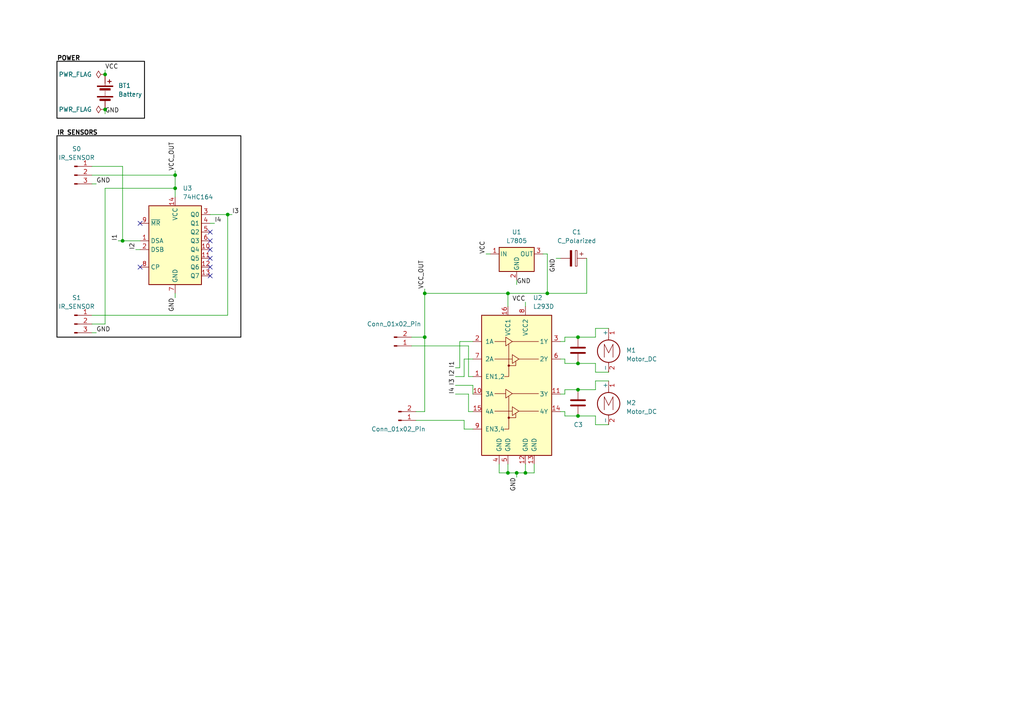
<source format=kicad_sch>
(kicad_sch (version 20230121) (generator eeschema)

  (uuid a47e20e4-3b17-4b26-83db-a8287d7077d8)

  (paper "A4")

  (title_block
    (title "L293D Motor Controller")
    (date "2023-08-24")
    (rev "0")
    (company "N/A")
    (comment 1 "N/A")
  )

  (lib_symbols
    (symbol "74xx:74HC164" (in_bom yes) (on_board yes)
      (property "Reference" "U" (at 1.905 -13.97 0)
        (effects (font (size 1.27 1.27)) (justify left))
      )
      (property "Value" "74HC164" (at 1.905 -16.51 0)
        (effects (font (size 1.27 1.27)) (justify left))
      )
      (property "Footprint" "" (at 22.86 -7.62 0)
        (effects (font (size 1.27 1.27)) hide)
      )
      (property "Datasheet" "https://assets.nexperia.com/documents/data-sheet/74HC_HCT164.pdf" (at 22.86 -7.62 0)
        (effects (font (size 1.27 1.27)) hide)
      )
      (property "ki_keywords" "8-bit shift register" (at 0 0 0)
        (effects (font (size 1.27 1.27)) hide)
      )
      (property "ki_description" "8-bit serial-in parallel-out shift register" (at 0 0 0)
        (effects (font (size 1.27 1.27)) hide)
      )
      (property "ki_fp_filters" "SOIC*3.9x8.7*P1.27mm* ?SSOP*P0.65mm* DIP*W7.62mm*" (at 0 0 0)
        (effects (font (size 1.27 1.27)) hide)
      )
      (symbol "74HC164_0_1"
        (rectangle (start 7.62 10.16) (end -7.62 -12.7)
          (stroke (width 0.254) (type default))
          (fill (type background))
        )
      )
      (symbol "74HC164_1_1"
        (pin input line (at -10.16 0 0) (length 2.54)
          (name "DSA" (effects (font (size 1.27 1.27))))
          (number "1" (effects (font (size 1.27 1.27))))
        )
        (pin output line (at 10.16 -2.54 180) (length 2.54)
          (name "Q4" (effects (font (size 1.27 1.27))))
          (number "10" (effects (font (size 1.27 1.27))))
        )
        (pin output line (at 10.16 -5.08 180) (length 2.54)
          (name "Q5" (effects (font (size 1.27 1.27))))
          (number "11" (effects (font (size 1.27 1.27))))
        )
        (pin output line (at 10.16 -7.62 180) (length 2.54)
          (name "Q6" (effects (font (size 1.27 1.27))))
          (number "12" (effects (font (size 1.27 1.27))))
        )
        (pin output line (at 10.16 -10.16 180) (length 2.54)
          (name "Q7" (effects (font (size 1.27 1.27))))
          (number "13" (effects (font (size 1.27 1.27))))
        )
        (pin power_in line (at 0 12.7 270) (length 2.54)
          (name "VCC" (effects (font (size 1.27 1.27))))
          (number "14" (effects (font (size 1.27 1.27))))
        )
        (pin input line (at -10.16 -2.54 0) (length 2.54)
          (name "DSB" (effects (font (size 1.27 1.27))))
          (number "2" (effects (font (size 1.27 1.27))))
        )
        (pin output line (at 10.16 7.62 180) (length 2.54)
          (name "Q0" (effects (font (size 1.27 1.27))))
          (number "3" (effects (font (size 1.27 1.27))))
        )
        (pin output line (at 10.16 5.08 180) (length 2.54)
          (name "Q1" (effects (font (size 1.27 1.27))))
          (number "4" (effects (font (size 1.27 1.27))))
        )
        (pin output line (at 10.16 2.54 180) (length 2.54)
          (name "Q2" (effects (font (size 1.27 1.27))))
          (number "5" (effects (font (size 1.27 1.27))))
        )
        (pin output line (at 10.16 0 180) (length 2.54)
          (name "Q3" (effects (font (size 1.27 1.27))))
          (number "6" (effects (font (size 1.27 1.27))))
        )
        (pin power_in line (at 0 -15.24 90) (length 2.54)
          (name "GND" (effects (font (size 1.27 1.27))))
          (number "7" (effects (font (size 1.27 1.27))))
        )
        (pin input line (at -10.16 -7.62 0) (length 2.54)
          (name "CP" (effects (font (size 1.27 1.27))))
          (number "8" (effects (font (size 1.27 1.27))))
        )
        (pin input line (at -10.16 5.08 0) (length 2.54)
          (name "~{MR}" (effects (font (size 1.27 1.27))))
          (number "9" (effects (font (size 1.27 1.27))))
        )
      )
    )
    (symbol "Connector:Conn_01x02_Pin" (pin_names (offset 1.016) hide) (in_bom yes) (on_board yes)
      (property "Reference" "J" (at 0 2.54 0)
        (effects (font (size 1.27 1.27)))
      )
      (property "Value" "Conn_01x02_Pin" (at 0 -5.08 0)
        (effects (font (size 1.27 1.27)))
      )
      (property "Footprint" "" (at 0 0 0)
        (effects (font (size 1.27 1.27)) hide)
      )
      (property "Datasheet" "~" (at 0 0 0)
        (effects (font (size 1.27 1.27)) hide)
      )
      (property "ki_locked" "" (at 0 0 0)
        (effects (font (size 1.27 1.27)))
      )
      (property "ki_keywords" "connector" (at 0 0 0)
        (effects (font (size 1.27 1.27)) hide)
      )
      (property "ki_description" "Generic connector, single row, 01x02, script generated" (at 0 0 0)
        (effects (font (size 1.27 1.27)) hide)
      )
      (property "ki_fp_filters" "Connector*:*_1x??_*" (at 0 0 0)
        (effects (font (size 1.27 1.27)) hide)
      )
      (symbol "Conn_01x02_Pin_1_1"
        (polyline
          (pts
            (xy 1.27 -2.54)
            (xy 0.8636 -2.54)
          )
          (stroke (width 0.1524) (type default))
          (fill (type none))
        )
        (polyline
          (pts
            (xy 1.27 0)
            (xy 0.8636 0)
          )
          (stroke (width 0.1524) (type default))
          (fill (type none))
        )
        (rectangle (start 0.8636 -2.413) (end 0 -2.667)
          (stroke (width 0.1524) (type default))
          (fill (type outline))
        )
        (rectangle (start 0.8636 0.127) (end 0 -0.127)
          (stroke (width 0.1524) (type default))
          (fill (type outline))
        )
        (pin passive line (at 5.08 0 180) (length 3.81)
          (name "Pin_1" (effects (font (size 1.27 1.27))))
          (number "1" (effects (font (size 1.27 1.27))))
        )
        (pin passive line (at 5.08 -2.54 180) (length 3.81)
          (name "Pin_2" (effects (font (size 1.27 1.27))))
          (number "2" (effects (font (size 1.27 1.27))))
        )
      )
    )
    (symbol "Connector:Conn_01x03_Pin" (pin_names (offset 1.016) hide) (in_bom yes) (on_board yes)
      (property "Reference" "J" (at 0 5.08 0)
        (effects (font (size 1.27 1.27)))
      )
      (property "Value" "Conn_01x03_Pin" (at 0 -5.08 0)
        (effects (font (size 1.27 1.27)))
      )
      (property "Footprint" "" (at 0 0 0)
        (effects (font (size 1.27 1.27)) hide)
      )
      (property "Datasheet" "~" (at 0 0 0)
        (effects (font (size 1.27 1.27)) hide)
      )
      (property "ki_locked" "" (at 0 0 0)
        (effects (font (size 1.27 1.27)))
      )
      (property "ki_keywords" "connector" (at 0 0 0)
        (effects (font (size 1.27 1.27)) hide)
      )
      (property "ki_description" "Generic connector, single row, 01x03, script generated" (at 0 0 0)
        (effects (font (size 1.27 1.27)) hide)
      )
      (property "ki_fp_filters" "Connector*:*_1x??_*" (at 0 0 0)
        (effects (font (size 1.27 1.27)) hide)
      )
      (symbol "Conn_01x03_Pin_1_1"
        (polyline
          (pts
            (xy 1.27 -2.54)
            (xy 0.8636 -2.54)
          )
          (stroke (width 0.1524) (type default))
          (fill (type none))
        )
        (polyline
          (pts
            (xy 1.27 0)
            (xy 0.8636 0)
          )
          (stroke (width 0.1524) (type default))
          (fill (type none))
        )
        (polyline
          (pts
            (xy 1.27 2.54)
            (xy 0.8636 2.54)
          )
          (stroke (width 0.1524) (type default))
          (fill (type none))
        )
        (rectangle (start 0.8636 -2.413) (end 0 -2.667)
          (stroke (width 0.1524) (type default))
          (fill (type outline))
        )
        (rectangle (start 0.8636 0.127) (end 0 -0.127)
          (stroke (width 0.1524) (type default))
          (fill (type outline))
        )
        (rectangle (start 0.8636 2.667) (end 0 2.413)
          (stroke (width 0.1524) (type default))
          (fill (type outline))
        )
        (pin passive line (at 5.08 2.54 180) (length 3.81)
          (name "Pin_1" (effects (font (size 1.27 1.27))))
          (number "1" (effects (font (size 1.27 1.27))))
        )
        (pin passive line (at 5.08 0 180) (length 3.81)
          (name "Pin_2" (effects (font (size 1.27 1.27))))
          (number "2" (effects (font (size 1.27 1.27))))
        )
        (pin passive line (at 5.08 -2.54 180) (length 3.81)
          (name "Pin_3" (effects (font (size 1.27 1.27))))
          (number "3" (effects (font (size 1.27 1.27))))
        )
      )
    )
    (symbol "Device:Battery" (pin_numbers hide) (pin_names (offset 0) hide) (in_bom yes) (on_board yes)
      (property "Reference" "BT" (at 2.54 2.54 0)
        (effects (font (size 1.27 1.27)) (justify left))
      )
      (property "Value" "Battery" (at 2.54 0 0)
        (effects (font (size 1.27 1.27)) (justify left))
      )
      (property "Footprint" "" (at 0 1.524 90)
        (effects (font (size 1.27 1.27)) hide)
      )
      (property "Datasheet" "~" (at 0 1.524 90)
        (effects (font (size 1.27 1.27)) hide)
      )
      (property "ki_keywords" "batt voltage-source cell" (at 0 0 0)
        (effects (font (size 1.27 1.27)) hide)
      )
      (property "ki_description" "Multiple-cell battery" (at 0 0 0)
        (effects (font (size 1.27 1.27)) hide)
      )
      (symbol "Battery_0_1"
        (rectangle (start -2.286 -1.27) (end 2.286 -1.524)
          (stroke (width 0) (type default))
          (fill (type outline))
        )
        (rectangle (start -2.286 1.778) (end 2.286 1.524)
          (stroke (width 0) (type default))
          (fill (type outline))
        )
        (rectangle (start -1.524 -2.032) (end 1.524 -2.54)
          (stroke (width 0) (type default))
          (fill (type outline))
        )
        (rectangle (start -1.524 1.016) (end 1.524 0.508)
          (stroke (width 0) (type default))
          (fill (type outline))
        )
        (polyline
          (pts
            (xy 0 -1.016)
            (xy 0 -0.762)
          )
          (stroke (width 0) (type default))
          (fill (type none))
        )
        (polyline
          (pts
            (xy 0 -0.508)
            (xy 0 -0.254)
          )
          (stroke (width 0) (type default))
          (fill (type none))
        )
        (polyline
          (pts
            (xy 0 0)
            (xy 0 0.254)
          )
          (stroke (width 0) (type default))
          (fill (type none))
        )
        (polyline
          (pts
            (xy 0 1.778)
            (xy 0 2.54)
          )
          (stroke (width 0) (type default))
          (fill (type none))
        )
        (polyline
          (pts
            (xy 0.762 3.048)
            (xy 1.778 3.048)
          )
          (stroke (width 0.254) (type default))
          (fill (type none))
        )
        (polyline
          (pts
            (xy 1.27 3.556)
            (xy 1.27 2.54)
          )
          (stroke (width 0.254) (type default))
          (fill (type none))
        )
      )
      (symbol "Battery_1_1"
        (pin passive line (at 0 5.08 270) (length 2.54)
          (name "+" (effects (font (size 1.27 1.27))))
          (number "1" (effects (font (size 1.27 1.27))))
        )
        (pin passive line (at 0 -5.08 90) (length 2.54)
          (name "-" (effects (font (size 1.27 1.27))))
          (number "2" (effects (font (size 1.27 1.27))))
        )
      )
    )
    (symbol "Device:C" (pin_numbers hide) (pin_names (offset 0.254)) (in_bom yes) (on_board yes)
      (property "Reference" "C" (at 0.635 2.54 0)
        (effects (font (size 1.27 1.27)) (justify left))
      )
      (property "Value" "C" (at 0.635 -2.54 0)
        (effects (font (size 1.27 1.27)) (justify left))
      )
      (property "Footprint" "" (at 0.9652 -3.81 0)
        (effects (font (size 1.27 1.27)) hide)
      )
      (property "Datasheet" "~" (at 0 0 0)
        (effects (font (size 1.27 1.27)) hide)
      )
      (property "ki_keywords" "cap capacitor" (at 0 0 0)
        (effects (font (size 1.27 1.27)) hide)
      )
      (property "ki_description" "Unpolarized capacitor" (at 0 0 0)
        (effects (font (size 1.27 1.27)) hide)
      )
      (property "ki_fp_filters" "C_*" (at 0 0 0)
        (effects (font (size 1.27 1.27)) hide)
      )
      (symbol "C_0_1"
        (polyline
          (pts
            (xy -2.032 -0.762)
            (xy 2.032 -0.762)
          )
          (stroke (width 0.508) (type default))
          (fill (type none))
        )
        (polyline
          (pts
            (xy -2.032 0.762)
            (xy 2.032 0.762)
          )
          (stroke (width 0.508) (type default))
          (fill (type none))
        )
      )
      (symbol "C_1_1"
        (pin passive line (at 0 3.81 270) (length 2.794)
          (name "~" (effects (font (size 1.27 1.27))))
          (number "1" (effects (font (size 1.27 1.27))))
        )
        (pin passive line (at 0 -3.81 90) (length 2.794)
          (name "~" (effects (font (size 1.27 1.27))))
          (number "2" (effects (font (size 1.27 1.27))))
        )
      )
    )
    (symbol "Device:C_Polarized" (pin_numbers hide) (pin_names (offset 0.254)) (in_bom yes) (on_board yes)
      (property "Reference" "C" (at 0.635 2.54 0)
        (effects (font (size 1.27 1.27)) (justify left))
      )
      (property "Value" "C_Polarized" (at 0.635 -2.54 0)
        (effects (font (size 1.27 1.27)) (justify left))
      )
      (property "Footprint" "" (at 0.9652 -3.81 0)
        (effects (font (size 1.27 1.27)) hide)
      )
      (property "Datasheet" "~" (at 0 0 0)
        (effects (font (size 1.27 1.27)) hide)
      )
      (property "ki_keywords" "cap capacitor" (at 0 0 0)
        (effects (font (size 1.27 1.27)) hide)
      )
      (property "ki_description" "Polarized capacitor" (at 0 0 0)
        (effects (font (size 1.27 1.27)) hide)
      )
      (property "ki_fp_filters" "CP_*" (at 0 0 0)
        (effects (font (size 1.27 1.27)) hide)
      )
      (symbol "C_Polarized_0_1"
        (rectangle (start -2.286 0.508) (end 2.286 1.016)
          (stroke (width 0) (type default))
          (fill (type none))
        )
        (polyline
          (pts
            (xy -1.778 2.286)
            (xy -0.762 2.286)
          )
          (stroke (width 0) (type default))
          (fill (type none))
        )
        (polyline
          (pts
            (xy -1.27 2.794)
            (xy -1.27 1.778)
          )
          (stroke (width 0) (type default))
          (fill (type none))
        )
        (rectangle (start 2.286 -0.508) (end -2.286 -1.016)
          (stroke (width 0) (type default))
          (fill (type outline))
        )
      )
      (symbol "C_Polarized_1_1"
        (pin passive line (at 0 3.81 270) (length 2.794)
          (name "~" (effects (font (size 1.27 1.27))))
          (number "1" (effects (font (size 1.27 1.27))))
        )
        (pin passive line (at 0 -3.81 90) (length 2.794)
          (name "~" (effects (font (size 1.27 1.27))))
          (number "2" (effects (font (size 1.27 1.27))))
        )
      )
    )
    (symbol "Driver_Motor:L293D" (pin_names (offset 1.016)) (in_bom yes) (on_board yes)
      (property "Reference" "U" (at -5.08 26.035 0)
        (effects (font (size 1.27 1.27)) (justify right))
      )
      (property "Value" "L293D" (at -5.08 24.13 0)
        (effects (font (size 1.27 1.27)) (justify right))
      )
      (property "Footprint" "Package_DIP:DIP-16_W7.62mm" (at 6.35 -19.05 0)
        (effects (font (size 1.27 1.27)) (justify left) hide)
      )
      (property "Datasheet" "http://www.ti.com/lit/ds/symlink/l293.pdf" (at -7.62 17.78 0)
        (effects (font (size 1.27 1.27)) hide)
      )
      (property "ki_keywords" "Half-H Driver Motor" (at 0 0 0)
        (effects (font (size 1.27 1.27)) hide)
      )
      (property "ki_description" "Quadruple Half-H Drivers" (at 0 0 0)
        (effects (font (size 1.27 1.27)) hide)
      )
      (property "ki_fp_filters" "DIP*W7.62mm*" (at 0 0 0)
        (effects (font (size 1.27 1.27)) hide)
      )
      (symbol "L293D_0_1"
        (rectangle (start -10.16 22.86) (end 10.16 -17.78)
          (stroke (width 0.254) (type default))
          (fill (type background))
        )
        (circle (center -2.286 -6.858) (radius 0.254)
          (stroke (width 0) (type default))
          (fill (type outline))
        )
        (circle (center -2.286 8.255) (radius 0.254)
          (stroke (width 0) (type default))
          (fill (type outline))
        )
        (polyline
          (pts
            (xy -6.35 -4.953)
            (xy -1.27 -4.953)
          )
          (stroke (width 0) (type default))
          (fill (type none))
        )
        (polyline
          (pts
            (xy -6.35 0.127)
            (xy -3.175 0.127)
          )
          (stroke (width 0) (type default))
          (fill (type none))
        )
        (polyline
          (pts
            (xy -6.35 10.16)
            (xy -1.27 10.16)
          )
          (stroke (width 0) (type default))
          (fill (type none))
        )
        (polyline
          (pts
            (xy -6.35 15.24)
            (xy -3.175 15.24)
          )
          (stroke (width 0) (type default))
          (fill (type none))
        )
        (polyline
          (pts
            (xy -1.27 0.127)
            (xy 6.35 0.127)
          )
          (stroke (width 0) (type default))
          (fill (type none))
        )
        (polyline
          (pts
            (xy -1.27 15.24)
            (xy 6.35 15.24)
          )
          (stroke (width 0) (type default))
          (fill (type none))
        )
        (polyline
          (pts
            (xy 0.635 -4.953)
            (xy 6.35 -4.953)
          )
          (stroke (width 0) (type default))
          (fill (type none))
        )
        (polyline
          (pts
            (xy 0.635 10.16)
            (xy 6.35 10.16)
          )
          (stroke (width 0) (type default))
          (fill (type none))
        )
        (polyline
          (pts
            (xy -2.286 -6.858)
            (xy -0.254 -6.858)
            (xy -0.254 -5.588)
          )
          (stroke (width 0) (type default))
          (fill (type none))
        )
        (polyline
          (pts
            (xy -2.286 -0.635)
            (xy -2.286 -10.16)
            (xy -3.556 -10.16)
          )
          (stroke (width 0) (type default))
          (fill (type none))
        )
        (polyline
          (pts
            (xy -2.286 8.255)
            (xy -0.254 8.255)
            (xy -0.254 9.525)
          )
          (stroke (width 0) (type default))
          (fill (type none))
        )
        (polyline
          (pts
            (xy -2.286 14.478)
            (xy -2.286 5.08)
            (xy -3.556 5.08)
          )
          (stroke (width 0) (type default))
          (fill (type none))
        )
        (polyline
          (pts
            (xy -3.175 1.397)
            (xy -3.175 -1.143)
            (xy -1.27 0.127)
            (xy -3.175 1.397)
          )
          (stroke (width 0) (type default))
          (fill (type none))
        )
        (polyline
          (pts
            (xy -3.175 16.51)
            (xy -3.175 13.97)
            (xy -1.27 15.24)
            (xy -3.175 16.51)
          )
          (stroke (width 0) (type default))
          (fill (type none))
        )
        (polyline
          (pts
            (xy -1.27 -3.683)
            (xy -1.27 -6.223)
            (xy 0.635 -4.953)
            (xy -1.27 -3.683)
          )
          (stroke (width 0) (type default))
          (fill (type none))
        )
        (polyline
          (pts
            (xy -1.27 11.43)
            (xy -1.27 8.89)
            (xy 0.635 10.16)
            (xy -1.27 11.43)
          )
          (stroke (width 0) (type default))
          (fill (type none))
        )
      )
      (symbol "L293D_1_1"
        (pin input line (at -12.7 5.08 0) (length 2.54)
          (name "EN1,2" (effects (font (size 1.27 1.27))))
          (number "1" (effects (font (size 1.27 1.27))))
        )
        (pin input line (at -12.7 0 0) (length 2.54)
          (name "3A" (effects (font (size 1.27 1.27))))
          (number "10" (effects (font (size 1.27 1.27))))
        )
        (pin output line (at 12.7 0 180) (length 2.54)
          (name "3Y" (effects (font (size 1.27 1.27))))
          (number "11" (effects (font (size 1.27 1.27))))
        )
        (pin power_in line (at 2.54 -20.32 90) (length 2.54)
          (name "GND" (effects (font (size 1.27 1.27))))
          (number "12" (effects (font (size 1.27 1.27))))
        )
        (pin power_in line (at 5.08 -20.32 90) (length 2.54)
          (name "GND" (effects (font (size 1.27 1.27))))
          (number "13" (effects (font (size 1.27 1.27))))
        )
        (pin output line (at 12.7 -5.08 180) (length 2.54)
          (name "4Y" (effects (font (size 1.27 1.27))))
          (number "14" (effects (font (size 1.27 1.27))))
        )
        (pin input line (at -12.7 -5.08 0) (length 2.54)
          (name "4A" (effects (font (size 1.27 1.27))))
          (number "15" (effects (font (size 1.27 1.27))))
        )
        (pin power_in line (at -2.54 25.4 270) (length 2.54)
          (name "VCC1" (effects (font (size 1.27 1.27))))
          (number "16" (effects (font (size 1.27 1.27))))
        )
        (pin input line (at -12.7 15.24 0) (length 2.54)
          (name "1A" (effects (font (size 1.27 1.27))))
          (number "2" (effects (font (size 1.27 1.27))))
        )
        (pin output line (at 12.7 15.24 180) (length 2.54)
          (name "1Y" (effects (font (size 1.27 1.27))))
          (number "3" (effects (font (size 1.27 1.27))))
        )
        (pin power_in line (at -5.08 -20.32 90) (length 2.54)
          (name "GND" (effects (font (size 1.27 1.27))))
          (number "4" (effects (font (size 1.27 1.27))))
        )
        (pin power_in line (at -2.54 -20.32 90) (length 2.54)
          (name "GND" (effects (font (size 1.27 1.27))))
          (number "5" (effects (font (size 1.27 1.27))))
        )
        (pin output line (at 12.7 10.16 180) (length 2.54)
          (name "2Y" (effects (font (size 1.27 1.27))))
          (number "6" (effects (font (size 1.27 1.27))))
        )
        (pin input line (at -12.7 10.16 0) (length 2.54)
          (name "2A" (effects (font (size 1.27 1.27))))
          (number "7" (effects (font (size 1.27 1.27))))
        )
        (pin power_in line (at 2.54 25.4 270) (length 2.54)
          (name "VCC2" (effects (font (size 1.27 1.27))))
          (number "8" (effects (font (size 1.27 1.27))))
        )
        (pin input line (at -12.7 -10.16 0) (length 2.54)
          (name "EN3,4" (effects (font (size 1.27 1.27))))
          (number "9" (effects (font (size 1.27 1.27))))
        )
      )
    )
    (symbol "Motor:Motor_DC" (pin_names (offset 0)) (in_bom yes) (on_board yes)
      (property "Reference" "M" (at 2.54 2.54 0)
        (effects (font (size 1.27 1.27)) (justify left))
      )
      (property "Value" "Motor_DC" (at 2.54 -5.08 0)
        (effects (font (size 1.27 1.27)) (justify left top))
      )
      (property "Footprint" "" (at 0 -2.286 0)
        (effects (font (size 1.27 1.27)) hide)
      )
      (property "Datasheet" "~" (at 0 -2.286 0)
        (effects (font (size 1.27 1.27)) hide)
      )
      (property "ki_keywords" "DC Motor" (at 0 0 0)
        (effects (font (size 1.27 1.27)) hide)
      )
      (property "ki_description" "DC Motor" (at 0 0 0)
        (effects (font (size 1.27 1.27)) hide)
      )
      (property "ki_fp_filters" "PinHeader*P2.54mm* TerminalBlock*" (at 0 0 0)
        (effects (font (size 1.27 1.27)) hide)
      )
      (symbol "Motor_DC_0_0"
        (polyline
          (pts
            (xy -1.27 -3.302)
            (xy -1.27 0.508)
            (xy 0 -2.032)
            (xy 1.27 0.508)
            (xy 1.27 -3.302)
          )
          (stroke (width 0) (type default))
          (fill (type none))
        )
      )
      (symbol "Motor_DC_0_1"
        (circle (center 0 -1.524) (radius 3.2512)
          (stroke (width 0.254) (type default))
          (fill (type none))
        )
        (polyline
          (pts
            (xy 0 -7.62)
            (xy 0 -7.112)
          )
          (stroke (width 0) (type default))
          (fill (type none))
        )
        (polyline
          (pts
            (xy 0 -4.7752)
            (xy 0 -5.1816)
          )
          (stroke (width 0) (type default))
          (fill (type none))
        )
        (polyline
          (pts
            (xy 0 1.7272)
            (xy 0 2.0828)
          )
          (stroke (width 0) (type default))
          (fill (type none))
        )
        (polyline
          (pts
            (xy 0 2.032)
            (xy 0 2.54)
          )
          (stroke (width 0) (type default))
          (fill (type none))
        )
      )
      (symbol "Motor_DC_1_1"
        (pin passive line (at 0 5.08 270) (length 2.54)
          (name "+" (effects (font (size 1.27 1.27))))
          (number "1" (effects (font (size 1.27 1.27))))
        )
        (pin passive line (at 0 -7.62 90) (length 2.54)
          (name "-" (effects (font (size 1.27 1.27))))
          (number "2" (effects (font (size 1.27 1.27))))
        )
      )
    )
    (symbol "Regulator_Linear:L7805" (pin_names (offset 0.254)) (in_bom yes) (on_board yes)
      (property "Reference" "U" (at -3.81 3.175 0)
        (effects (font (size 1.27 1.27)))
      )
      (property "Value" "L7805" (at 0 3.175 0)
        (effects (font (size 1.27 1.27)) (justify left))
      )
      (property "Footprint" "" (at 0.635 -3.81 0)
        (effects (font (size 1.27 1.27) italic) (justify left) hide)
      )
      (property "Datasheet" "http://www.st.com/content/ccc/resource/technical/document/datasheet/41/4f/b3/b0/12/d4/47/88/CD00000444.pdf/files/CD00000444.pdf/jcr:content/translations/en.CD00000444.pdf" (at 0 -1.27 0)
        (effects (font (size 1.27 1.27)) hide)
      )
      (property "ki_keywords" "Voltage Regulator 1.5A Positive" (at 0 0 0)
        (effects (font (size 1.27 1.27)) hide)
      )
      (property "ki_description" "Positive 1.5A 35V Linear Regulator, Fixed Output 5V, TO-220/TO-263/TO-252" (at 0 0 0)
        (effects (font (size 1.27 1.27)) hide)
      )
      (property "ki_fp_filters" "TO?252* TO?263* TO?220*" (at 0 0 0)
        (effects (font (size 1.27 1.27)) hide)
      )
      (symbol "L7805_0_1"
        (rectangle (start -5.08 1.905) (end 5.08 -5.08)
          (stroke (width 0.254) (type default))
          (fill (type background))
        )
      )
      (symbol "L7805_1_1"
        (pin power_in line (at -7.62 0 0) (length 2.54)
          (name "IN" (effects (font (size 1.27 1.27))))
          (number "1" (effects (font (size 1.27 1.27))))
        )
        (pin power_in line (at 0 -7.62 90) (length 2.54)
          (name "GND" (effects (font (size 1.27 1.27))))
          (number "2" (effects (font (size 1.27 1.27))))
        )
        (pin power_out line (at 7.62 0 180) (length 2.54)
          (name "OUT" (effects (font (size 1.27 1.27))))
          (number "3" (effects (font (size 1.27 1.27))))
        )
      )
    )
    (symbol "power:PWR_FLAG" (power) (pin_numbers hide) (pin_names (offset 0) hide) (in_bom yes) (on_board yes)
      (property "Reference" "#FLG" (at 0 1.905 0)
        (effects (font (size 1.27 1.27)) hide)
      )
      (property "Value" "PWR_FLAG" (at 0 3.81 0)
        (effects (font (size 1.27 1.27)))
      )
      (property "Footprint" "" (at 0 0 0)
        (effects (font (size 1.27 1.27)) hide)
      )
      (property "Datasheet" "~" (at 0 0 0)
        (effects (font (size 1.27 1.27)) hide)
      )
      (property "ki_keywords" "flag power" (at 0 0 0)
        (effects (font (size 1.27 1.27)) hide)
      )
      (property "ki_description" "Special symbol for telling ERC where power comes from" (at 0 0 0)
        (effects (font (size 1.27 1.27)) hide)
      )
      (symbol "PWR_FLAG_0_0"
        (pin power_out line (at 0 0 90) (length 0)
          (name "pwr" (effects (font (size 1.27 1.27))))
          (number "1" (effects (font (size 1.27 1.27))))
        )
      )
      (symbol "PWR_FLAG_0_1"
        (polyline
          (pts
            (xy 0 0)
            (xy 0 1.27)
            (xy -1.016 1.905)
            (xy 0 2.54)
            (xy 1.016 1.905)
            (xy 0 1.27)
          )
          (stroke (width 0) (type default))
          (fill (type none))
        )
      )
    )
  )

  (junction (at 123.19 97.79) (diameter 0) (color 0 0 0 0)
    (uuid 1d41dd6a-afa4-4d2e-a148-41def2537d42)
  )
  (junction (at 123.19 85.09) (diameter 0) (color 0 0 0 0)
    (uuid 20baba4a-3aa7-4cb6-b833-db12fc5e6463)
  )
  (junction (at 147.32 137.16) (diameter 0) (color 0 0 0 0)
    (uuid 29329eec-2603-4cd2-9fd1-036412307a81)
  )
  (junction (at 167.64 120.65) (diameter 0) (color 0 0 0 0)
    (uuid 3136a0b8-6902-400c-9b4b-e68d2fa64546)
  )
  (junction (at 152.4 137.16) (diameter 0) (color 0 0 0 0)
    (uuid 40ee6648-1307-4eb4-bdf6-45648d66fa2a)
  )
  (junction (at 50.8 50.8) (diameter 0) (color 0 0 0 0)
    (uuid 5f297d3a-37c1-4b36-a07f-8284c6e008e8)
  )
  (junction (at 66.04 62.23) (diameter 0) (color 0 0 0 0)
    (uuid 69538dbf-3143-41bb-9ba6-810c26c490fb)
  )
  (junction (at 50.8 54.61) (diameter 0) (color 0 0 0 0)
    (uuid 7bf8a7fa-ab9b-4db0-bf6a-5d283399d9c6)
  )
  (junction (at 147.32 85.09) (diameter 0) (color 0 0 0 0)
    (uuid a10999aa-fb03-4f39-9fc7-7fb6532f67c1)
  )
  (junction (at 167.64 97.79) (diameter 0) (color 0 0 0 0)
    (uuid aae232ee-f98b-4d61-b304-31497d79eb44)
  )
  (junction (at 167.64 105.41) (diameter 0) (color 0 0 0 0)
    (uuid ca97ebe7-c057-41f7-8986-4ba007e44e9f)
  )
  (junction (at 30.48 31.75) (diameter 0) (color 0 0 0 0)
    (uuid df277cb7-fd44-4f0e-849d-404f149e98c5)
  )
  (junction (at 158.75 85.09) (diameter 0) (color 0 0 0 0)
    (uuid eaed4cc5-6a82-405a-a31e-1e78dac10634)
  )
  (junction (at 30.48 21.59) (diameter 0) (color 0 0 0 0)
    (uuid ec05a381-a447-4a79-be47-d927b694f229)
  )
  (junction (at 167.64 113.03) (diameter 0) (color 0 0 0 0)
    (uuid eca2fda9-169f-49af-80a9-c44df6f79336)
  )
  (junction (at 35.56 69.85) (diameter 0) (color 0 0 0 0)
    (uuid f6549058-80d0-457a-8778-a7d368b38d10)
  )
  (junction (at 149.86 137.16) (diameter 0) (color 0 0 0 0)
    (uuid f6b7aa01-f193-4d5f-8504-b210fe05ef96)
  )

  (no_connect (at 40.64 64.77) (uuid 2bb0ded5-c5c3-4bb1-8b2c-53fb33e760c5))
  (no_connect (at 40.64 77.47) (uuid 34d9ae30-19c3-482d-809e-3fd1de89ffff))
  (no_connect (at 60.96 67.31) (uuid 67648dc6-aeb6-45d9-8b43-17d301484b1f))
  (no_connect (at 60.96 77.47) (uuid 78972367-5860-4246-ad6f-180778a759da))
  (no_connect (at 60.96 74.93) (uuid 8bbf818f-7655-494b-914b-9cafbbe6a079))
  (no_connect (at 60.96 69.85) (uuid a8a17928-916c-46f5-91d4-9bb5f84a68f7))
  (no_connect (at 60.96 72.39) (uuid b036f239-6214-4c61-9dbb-1d18de82cfc0))
  (no_connect (at 60.96 80.01) (uuid c181fd20-14d4-40e3-9078-236599c7738c))

  (wire (pts (xy 35.56 48.26) (xy 35.56 69.85))
    (stroke (width 0) (type default))
    (uuid 0443adec-98d2-4b1c-95cf-858f91c41975)
  )
  (wire (pts (xy 147.32 134.62) (xy 147.32 137.16))
    (stroke (width 0) (type default))
    (uuid 044ab807-9a32-4633-8720-e445bf4bc6f4)
  )
  (wire (pts (xy 133.35 99.06) (xy 133.35 106.68))
    (stroke (width 0) (type default))
    (uuid 07e0a15e-70ca-42ef-9646-8a6108ea52e5)
  )
  (wire (pts (xy 152.4 87.63) (xy 152.4 88.9))
    (stroke (width 0) (type default))
    (uuid 08a084e4-0110-4741-8f4f-411ec9f0d936)
  )
  (wire (pts (xy 172.72 95.25) (xy 176.53 95.25))
    (stroke (width 0) (type default))
    (uuid 0909028d-ab6e-4956-ba25-e8e193b78215)
  )
  (wire (pts (xy 167.64 105.41) (xy 172.72 105.41))
    (stroke (width 0) (type default))
    (uuid 0b823162-0499-4a4c-8870-c18cd9f72bdb)
  )
  (wire (pts (xy 137.16 111.76) (xy 137.16 114.3))
    (stroke (width 0) (type default))
    (uuid 13e7cc02-5407-406b-96ca-9734758c1882)
  )
  (wire (pts (xy 123.19 85.09) (xy 123.19 97.79))
    (stroke (width 0) (type default))
    (uuid 14f1d9a6-7513-49d2-9201-1416c24a1b79)
  )
  (wire (pts (xy 35.56 69.85) (xy 40.64 69.85))
    (stroke (width 0) (type default))
    (uuid 18acf9e3-d99b-4265-9261-12b548557cb9)
  )
  (wire (pts (xy 119.38 100.33) (xy 135.89 100.33))
    (stroke (width 0) (type default))
    (uuid 1a5f51be-cb94-43af-9051-5a9fcd4798e2)
  )
  (wire (pts (xy 167.64 113.03) (xy 172.72 113.03))
    (stroke (width 0) (type default))
    (uuid 1c6ac0ee-17fb-42cc-b37b-a214d395cd52)
  )
  (wire (pts (xy 50.8 49.53) (xy 50.8 50.8))
    (stroke (width 0) (type default))
    (uuid 1cb0e100-f0c5-4505-981e-d31ef1d642c6)
  )
  (wire (pts (xy 134.62 124.46) (xy 137.16 124.46))
    (stroke (width 0) (type default))
    (uuid 1cd53cda-f19c-45e2-902b-ac532453bcb1)
  )
  (wire (pts (xy 132.08 106.68) (xy 133.35 106.68))
    (stroke (width 0) (type default))
    (uuid 1def2029-6464-42d3-b70a-23aacb1e529e)
  )
  (wire (pts (xy 149.86 137.16) (xy 152.4 137.16))
    (stroke (width 0) (type default))
    (uuid 1efe9a7e-9d0e-46ea-b63b-e82fc6383cb9)
  )
  (wire (pts (xy 137.16 99.06) (xy 133.35 99.06))
    (stroke (width 0) (type default))
    (uuid 249fa3fb-a926-47b9-bb17-89f931e7f47f)
  )
  (wire (pts (xy 152.4 134.62) (xy 152.4 137.16))
    (stroke (width 0) (type default))
    (uuid 29b1c8d6-d916-4f49-93a6-d2063a29dbfd)
  )
  (wire (pts (xy 135.89 119.38) (xy 137.16 119.38))
    (stroke (width 0) (type default))
    (uuid 2b0ad305-ac3c-4e1b-80bc-6b4aa6562031)
  )
  (wire (pts (xy 50.8 85.09) (xy 50.8 86.36))
    (stroke (width 0) (type default))
    (uuid 2b2873bb-7e79-40d1-8768-2a4f9b8371a6)
  )
  (wire (pts (xy 163.83 99.06) (xy 163.83 97.79))
    (stroke (width 0) (type default))
    (uuid 2e700f71-a2b6-4723-a7b8-936c54ae2232)
  )
  (wire (pts (xy 144.78 137.16) (xy 147.32 137.16))
    (stroke (width 0) (type default))
    (uuid 37380a0a-5861-494c-bc28-c9a79ab1a519)
  )
  (wire (pts (xy 26.67 96.52) (xy 27.94 96.52))
    (stroke (width 0) (type default))
    (uuid 3afa0066-0c12-48d8-a379-5dfe482043f8)
  )
  (wire (pts (xy 30.48 20.32) (xy 30.48 21.59))
    (stroke (width 0) (type default))
    (uuid 3e9c4381-d506-45c8-9cb4-6c404c1b0fb8)
  )
  (wire (pts (xy 132.08 114.3) (xy 135.89 114.3))
    (stroke (width 0) (type default))
    (uuid 43186064-9fe9-44b3-b08a-c93622ca218d)
  )
  (wire (pts (xy 172.72 105.41) (xy 172.72 107.95))
    (stroke (width 0) (type default))
    (uuid 450dab5a-588e-449a-9b07-f9094dc9cef4)
  )
  (wire (pts (xy 132.08 111.76) (xy 137.16 111.76))
    (stroke (width 0) (type default))
    (uuid 4616fd64-730d-491f-935e-5bd0f77901bb)
  )
  (wire (pts (xy 172.72 107.95) (xy 176.53 107.95))
    (stroke (width 0) (type default))
    (uuid 47db942e-19df-4339-b384-5f0ae837cb28)
  )
  (wire (pts (xy 120.65 121.92) (xy 134.62 121.92))
    (stroke (width 0) (type default))
    (uuid 48c4052d-59ad-4610-86db-b2a7a0156248)
  )
  (wire (pts (xy 30.48 54.61) (xy 50.8 54.61))
    (stroke (width 0) (type default))
    (uuid 49073625-a80d-4d0c-adea-7fb47549c6b4)
  )
  (wire (pts (xy 26.67 91.44) (xy 66.04 91.44))
    (stroke (width 0) (type default))
    (uuid 49535f2f-434e-48e1-8adb-929889f40d39)
  )
  (wire (pts (xy 60.96 64.77) (xy 62.23 64.77))
    (stroke (width 0) (type default))
    (uuid 49b361bd-559d-4a97-a6ba-f440f2f27fc1)
  )
  (wire (pts (xy 163.83 114.3) (xy 163.83 113.03))
    (stroke (width 0) (type default))
    (uuid 4beeb7bd-45d8-439a-a2eb-7a14e36decb9)
  )
  (wire (pts (xy 50.8 50.8) (xy 50.8 54.61))
    (stroke (width 0) (type default))
    (uuid 4d2cbe95-1d94-4be3-89f3-201193e4c735)
  )
  (wire (pts (xy 163.83 99.06) (xy 162.56 99.06))
    (stroke (width 0) (type default))
    (uuid 4ddfcccf-6910-4dba-a21c-6673de2c2189)
  )
  (wire (pts (xy 149.86 137.16) (xy 149.86 138.43))
    (stroke (width 0) (type default))
    (uuid 524da1cd-5abb-4246-b173-e65b16c1c742)
  )
  (wire (pts (xy 134.62 121.92) (xy 134.62 124.46))
    (stroke (width 0) (type default))
    (uuid 5922e57e-1a5f-4c14-b738-fa9be4f31e1f)
  )
  (wire (pts (xy 154.94 137.16) (xy 154.94 134.62))
    (stroke (width 0) (type default))
    (uuid 5b0720c9-a995-44aa-a0ae-ac1fd97076d4)
  )
  (wire (pts (xy 135.89 114.3) (xy 135.89 119.38))
    (stroke (width 0) (type default))
    (uuid 5f12e763-324b-4ca0-aac4-251caf3ab210)
  )
  (wire (pts (xy 163.83 120.65) (xy 163.83 119.38))
    (stroke (width 0) (type default))
    (uuid 64c07593-92d1-4389-85b1-07ee6a93c1df)
  )
  (wire (pts (xy 163.83 105.41) (xy 167.64 105.41))
    (stroke (width 0) (type default))
    (uuid 65949a3f-d834-4dc9-9507-75c22c86e71d)
  )
  (wire (pts (xy 26.67 53.34) (xy 27.94 53.34))
    (stroke (width 0) (type default))
    (uuid 66673025-82cc-480a-9b6a-d18d486e8f2c)
  )
  (wire (pts (xy 123.19 85.09) (xy 147.32 85.09))
    (stroke (width 0) (type default))
    (uuid 7699ea67-c3e9-4cc9-b3e0-1890d88f6321)
  )
  (wire (pts (xy 135.89 100.33) (xy 135.89 109.22))
    (stroke (width 0) (type default))
    (uuid 76f2a1d9-61d4-499f-b5bf-a5233db0a3ca)
  )
  (wire (pts (xy 66.04 91.44) (xy 66.04 62.23))
    (stroke (width 0) (type default))
    (uuid 7b1d7125-8dbb-4973-b264-c2ff76da4039)
  )
  (wire (pts (xy 144.78 137.16) (xy 144.78 134.62))
    (stroke (width 0) (type default))
    (uuid 815d3fe3-0621-4b17-8323-968342eccf41)
  )
  (wire (pts (xy 172.72 113.03) (xy 172.72 110.49))
    (stroke (width 0) (type default))
    (uuid 82d87330-6ee3-4a5f-bc58-e7aeabbf55fe)
  )
  (wire (pts (xy 172.72 123.19) (xy 176.53 123.19))
    (stroke (width 0) (type default))
    (uuid 83c13024-dcf3-4134-b0bd-451736485a0c)
  )
  (wire (pts (xy 132.08 109.22) (xy 134.62 109.22))
    (stroke (width 0) (type default))
    (uuid 85d6afbb-e9d7-4e2c-9634-16de2e0bd756)
  )
  (wire (pts (xy 147.32 137.16) (xy 149.86 137.16))
    (stroke (width 0) (type default))
    (uuid 885fa060-290f-464a-a678-5e76279f0f12)
  )
  (wire (pts (xy 158.75 73.66) (xy 158.75 85.09))
    (stroke (width 0) (type default))
    (uuid 893a0bf0-517f-46e2-ae16-a861ed4b4899)
  )
  (wire (pts (xy 149.86 81.28) (xy 149.86 82.55))
    (stroke (width 0) (type default))
    (uuid 8c2f2ab9-6fc2-4e37-b65b-5d37edff86cd)
  )
  (wire (pts (xy 30.48 93.98) (xy 30.48 54.61))
    (stroke (width 0) (type default))
    (uuid 95fb0456-1519-40be-84dd-0f834968c1aa)
  )
  (wire (pts (xy 158.75 85.09) (xy 170.18 85.09))
    (stroke (width 0) (type default))
    (uuid 9601481e-a847-4431-ac76-99e44de73820)
  )
  (wire (pts (xy 163.83 114.3) (xy 162.56 114.3))
    (stroke (width 0) (type default))
    (uuid 9631e4b0-058a-4aa5-bfef-32fc3d5755bd)
  )
  (wire (pts (xy 172.72 97.79) (xy 172.72 95.25))
    (stroke (width 0) (type default))
    (uuid 9789a23f-9803-429f-ac6c-7eec1d5facd9)
  )
  (wire (pts (xy 157.48 73.66) (xy 158.75 73.66))
    (stroke (width 0) (type default))
    (uuid 97de3b38-ed80-4a45-a9df-f2522aab583f)
  )
  (wire (pts (xy 134.62 104.14) (xy 137.16 104.14))
    (stroke (width 0) (type default))
    (uuid 9f11f714-f852-45e7-b6b6-ebee56c2c7cc)
  )
  (wire (pts (xy 140.97 73.66) (xy 142.24 73.66))
    (stroke (width 0) (type default))
    (uuid a8cad290-9378-43a4-bdd7-7950ba50b2d6)
  )
  (wire (pts (xy 123.19 83.82) (xy 123.19 85.09))
    (stroke (width 0) (type default))
    (uuid ac64e2c2-c6db-474e-968a-2d1ddb635079)
  )
  (wire (pts (xy 163.83 120.65) (xy 167.64 120.65))
    (stroke (width 0) (type default))
    (uuid b4f31e27-41fe-461a-a812-b72e4940bfa1)
  )
  (wire (pts (xy 147.32 85.09) (xy 147.32 88.9))
    (stroke (width 0) (type default))
    (uuid b6c06b65-78f1-4522-b22b-12d682476562)
  )
  (wire (pts (xy 34.29 69.85) (xy 35.56 69.85))
    (stroke (width 0) (type default))
    (uuid b8441763-2b36-468b-8411-5af1877d81c4)
  )
  (wire (pts (xy 60.96 62.23) (xy 66.04 62.23))
    (stroke (width 0) (type default))
    (uuid b9996a23-aba3-4d7c-82b4-a4454350482b)
  )
  (wire (pts (xy 26.67 50.8) (xy 50.8 50.8))
    (stroke (width 0) (type default))
    (uuid bc2b926a-fe0a-44b8-adf3-27201ebfc44f)
  )
  (wire (pts (xy 167.64 120.65) (xy 172.72 120.65))
    (stroke (width 0) (type default))
    (uuid c00c3e02-9c70-455d-b9cb-402e99f4ee82)
  )
  (wire (pts (xy 39.37 72.39) (xy 40.64 72.39))
    (stroke (width 0) (type default))
    (uuid c0967912-7d85-4651-8740-14291b6919e9)
  )
  (wire (pts (xy 163.83 119.38) (xy 162.56 119.38))
    (stroke (width 0) (type default))
    (uuid c4c62ece-f4bd-4b3d-ba04-cde2671fdd91)
  )
  (wire (pts (xy 161.29 74.93) (xy 162.56 74.93))
    (stroke (width 0) (type default))
    (uuid c648585a-67e9-4d59-9bb4-d0a110699ab1)
  )
  (wire (pts (xy 123.19 119.38) (xy 120.65 119.38))
    (stroke (width 0) (type default))
    (uuid c6f8740f-b494-4d31-922a-91bceaecd34e)
  )
  (wire (pts (xy 170.18 74.93) (xy 170.18 85.09))
    (stroke (width 0) (type default))
    (uuid c7321a06-b55f-43ba-9688-d78ac7e6e5d1)
  )
  (wire (pts (xy 162.56 104.14) (xy 163.83 104.14))
    (stroke (width 0) (type default))
    (uuid c79a677a-d32c-4995-8f0b-b0cdf5907264)
  )
  (wire (pts (xy 152.4 137.16) (xy 154.94 137.16))
    (stroke (width 0) (type default))
    (uuid ccee1721-dd2d-4210-9584-77cbaa305a25)
  )
  (wire (pts (xy 123.19 97.79) (xy 123.19 119.38))
    (stroke (width 0) (type default))
    (uuid d0d36f07-a254-4a13-9d40-5950d626d73f)
  )
  (wire (pts (xy 163.83 105.41) (xy 163.83 104.14))
    (stroke (width 0) (type default))
    (uuid d1770a40-3dcf-40c5-91f6-b17258a51ba8)
  )
  (wire (pts (xy 163.83 97.79) (xy 167.64 97.79))
    (stroke (width 0) (type default))
    (uuid d468cc76-a682-4544-868d-24773a33166e)
  )
  (wire (pts (xy 147.32 85.09) (xy 158.75 85.09))
    (stroke (width 0) (type default))
    (uuid d6b24c51-fdce-4876-96ca-413e9601e738)
  )
  (wire (pts (xy 172.72 97.79) (xy 167.64 97.79))
    (stroke (width 0) (type default))
    (uuid d8fe8738-eeae-43e3-8bb9-c8ccd16bb8f4)
  )
  (wire (pts (xy 30.48 31.75) (xy 30.48 33.02))
    (stroke (width 0) (type default))
    (uuid df2e8efb-8367-45df-893a-f29ca1d52f4d)
  )
  (wire (pts (xy 163.83 113.03) (xy 167.64 113.03))
    (stroke (width 0) (type default))
    (uuid df41e930-500d-4d90-888c-9bc9f0a20532)
  )
  (wire (pts (xy 134.62 109.22) (xy 134.62 104.14))
    (stroke (width 0) (type default))
    (uuid e21a8bbe-0a83-4526-b4b2-203817588b4e)
  )
  (wire (pts (xy 172.72 120.65) (xy 172.72 123.19))
    (stroke (width 0) (type default))
    (uuid e267414b-c6bd-4774-8431-3b8d372eddfd)
  )
  (wire (pts (xy 50.8 54.61) (xy 50.8 57.15))
    (stroke (width 0) (type default))
    (uuid e40386c1-52f7-427a-9b7e-e4ecd310bda1)
  )
  (wire (pts (xy 26.67 93.98) (xy 30.48 93.98))
    (stroke (width 0) (type default))
    (uuid e4a180b9-4978-42fc-9625-c948dd585c2a)
  )
  (wire (pts (xy 119.38 97.79) (xy 123.19 97.79))
    (stroke (width 0) (type default))
    (uuid e8fd560b-c0d9-4433-bc0b-4be6957f045c)
  )
  (wire (pts (xy 66.04 62.23) (xy 67.31 62.23))
    (stroke (width 0) (type default))
    (uuid ebf558be-13fe-4bb0-9e13-5f5056e11991)
  )
  (wire (pts (xy 172.72 110.49) (xy 176.53 110.49))
    (stroke (width 0) (type default))
    (uuid f3d472c8-ac97-4c06-9611-fccde5d25ac5)
  )
  (wire (pts (xy 135.89 109.22) (xy 137.16 109.22))
    (stroke (width 0) (type default))
    (uuid f7afaf60-6c63-47ba-89e9-1e0163a25e97)
  )
  (wire (pts (xy 26.67 48.26) (xy 35.56 48.26))
    (stroke (width 0) (type default))
    (uuid fa1b9f8f-3822-4662-a576-8e69d14e93e0)
  )

  (rectangle (start 16.51 17.78) (end 41.91 34.29)
    (stroke (width 0.25) (type default) (color 0 0 0 1))
    (fill (type none))
    (uuid 19f686d9-857f-4bfb-a1de-08d82a908b56)
  )
  (rectangle (start 16.51 39.37) (end 69.85 97.79)
    (stroke (width 0.25) (type default) (color 0 0 0 1))
    (fill (type none))
    (uuid d6ef6c4e-f88f-4dfa-9505-4b4bc462e00e)
  )

  (text "POWER" (at 16.51 17.78 0)
    (effects (font (size 1.27 1.27) (thickness 0.254) bold (color 0 0 0 1)) (justify left bottom))
    (uuid 5d64c074-cef1-40be-8814-f905f07160f1)
  )
  (text "IR SENSORS" (at 16.51 39.37 0)
    (effects (font (size 1.27 1.27) (thickness 0.254) bold (color 0 0 0 1)) (justify left bottom))
    (uuid c61e1b14-71d9-47a5-ab73-81b9536c0cc6)
  )

  (label "VCC" (at 152.4 87.63 180) (fields_autoplaced)
    (effects (font (size 1.27 1.27)) (justify right bottom))
    (uuid 07b7eb9f-5157-4530-b087-723cb727c0c0)
  )
  (label "GND" (at 27.94 96.52 0) (fields_autoplaced)
    (effects (font (size 1.27 1.27)) (justify left bottom))
    (uuid 0a293421-b204-463b-945f-05eb78fb6fd6)
  )
  (label "I2" (at 39.37 72.39 90) (fields_autoplaced)
    (effects (font (size 1.27 1.27)) (justify left bottom))
    (uuid 220ea8f6-da01-4b32-aa61-454db255ede6)
  )
  (label "VCC_OUT" (at 123.19 83.82 90) (fields_autoplaced)
    (effects (font (size 1.27 1.27)) (justify left bottom))
    (uuid 443e1f6b-76d1-4045-ad62-69d97034c615)
  )
  (label "GND" (at 30.48 33.02 0) (fields_autoplaced)
    (effects (font (size 1.27 1.27)) (justify left bottom))
    (uuid 4e3d7870-72a7-47d7-8646-8c995ed0e7fa)
  )
  (label "VCC" (at 30.48 20.32 0) (fields_autoplaced)
    (effects (font (size 1.27 1.27)) (justify left bottom))
    (uuid 63f2b70b-4f0a-4f5c-9115-36696bb8363e)
  )
  (label "I1" (at 34.29 69.85 90) (fields_autoplaced)
    (effects (font (size 1.27 1.27)) (justify left bottom))
    (uuid 665a2db2-c97c-421e-a215-9714ccb2b745)
  )
  (label "GND" (at 149.86 82.55 0) (fields_autoplaced)
    (effects (font (size 1.27 1.27)) (justify left bottom))
    (uuid 7d37dd86-bb52-49b0-a2b8-4959c4ae162e)
  )
  (label "I2" (at 132.08 109.22 90) (fields_autoplaced)
    (effects (font (size 1.27 1.27)) (justify left bottom))
    (uuid 860f0d04-1c2d-4537-b373-dd41c3c52891)
  )
  (label "I4" (at 62.23 64.77 0) (fields_autoplaced)
    (effects (font (size 1.27 1.27)) (justify left bottom))
    (uuid 8c63079d-01c3-4161-a703-630db884a0ff)
  )
  (label "GND" (at 50.8 86.36 270) (fields_autoplaced)
    (effects (font (size 1.27 1.27)) (justify right bottom))
    (uuid 9bace046-75fd-4b60-af87-abe4c1aca408)
  )
  (label "I3" (at 67.31 62.23 0) (fields_autoplaced)
    (effects (font (size 1.27 1.27)) (justify left bottom))
    (uuid a322a7bb-b48b-421d-b4c8-54b1216d7994)
  )
  (label "I4" (at 132.08 114.3 90) (fields_autoplaced)
    (effects (font (size 1.27 1.27)) (justify left bottom))
    (uuid b7ead5a4-1932-49d0-a8cb-a6b5b3d77e5c)
  )
  (label "VCC_OUT" (at 50.8 49.53 90) (fields_autoplaced)
    (effects (font (size 1.27 1.27)) (justify left bottom))
    (uuid c092cab8-e7c6-4abb-be2d-919a603c7cb8)
  )
  (label "I3" (at 132.08 111.76 90) (fields_autoplaced)
    (effects (font (size 1.27 1.27)) (justify left bottom))
    (uuid d675af93-407e-49ee-8aeb-8df022466235)
  )
  (label "GND" (at 27.94 53.34 0) (fields_autoplaced)
    (effects (font (size 1.27 1.27)) (justify left bottom))
    (uuid db50f9e8-94cb-407d-ba62-3bc46aa58091)
  )
  (label "VCC" (at 140.97 73.66 90) (fields_autoplaced)
    (effects (font (size 1.27 1.27)) (justify left bottom))
    (uuid f0696345-7dd5-4ba2-9695-46cc6fe78f63)
  )
  (label "I1" (at 132.08 106.68 90) (fields_autoplaced)
    (effects (font (size 1.27 1.27)) (justify left bottom))
    (uuid f645ab39-61d7-4216-989d-a8d92ad9249c)
  )
  (label "GND" (at 149.86 138.43 270) (fields_autoplaced)
    (effects (font (size 1.27 1.27)) (justify right bottom))
    (uuid f80e9d65-d191-4bbf-a248-cf9e882b86be)
  )
  (label "GND" (at 161.29 74.93 270) (fields_autoplaced)
    (effects (font (size 1.27 1.27)) (justify right bottom))
    (uuid fd78142e-6884-45d4-b237-af885f81586a)
  )

  (symbol (lib_id "Connector:Conn_01x03_Pin") (at 21.59 50.8 0) (unit 1)
    (in_bom yes) (on_board yes) (dnp no) (fields_autoplaced)
    (uuid 0074d799-0d69-41aa-9c4a-0e13230ba773)
    (property "Reference" "S0" (at 22.225 43.18 0)
      (effects (font (size 1.27 1.27)))
    )
    (property "Value" "IR_SENSOR" (at 22.225 45.72 0)
      (effects (font (size 1.27 1.27)))
    )
    (property "Footprint" "Connector_PinHeader_2.54mm:PinHeader_1x03_P2.54mm_Vertical" (at 21.59 50.8 0)
      (effects (font (size 1.27 1.27)) hide)
    )
    (property "Datasheet" "~" (at 21.59 50.8 0)
      (effects (font (size 1.27 1.27)) hide)
    )
    (pin "1" (uuid 41a5635e-90ab-482a-8ab3-f7a7843efc05))
    (pin "2" (uuid 90ba16ae-8325-4d9b-99ad-531d5fc11c7f))
    (pin "3" (uuid 19ba9db9-1e19-451a-9f82-62690c159102))
    (instances
      (project "l293d-motor-controller"
        (path "/a47e20e4-3b17-4b26-83db-a8287d7077d8"
          (reference "S0") (unit 1)
        )
      )
    )
  )

  (symbol (lib_id "Device:Battery") (at 30.48 26.67 0) (unit 1)
    (in_bom yes) (on_board yes) (dnp no) (fields_autoplaced)
    (uuid 02b1c0ae-22be-4daa-b1b9-97487c9be9ae)
    (property "Reference" "BT1" (at 34.29 24.8285 0)
      (effects (font (size 1.27 1.27)) (justify left))
    )
    (property "Value" "Battery" (at 34.29 27.3685 0)
      (effects (font (size 1.27 1.27)) (justify left))
    )
    (property "Footprint" "Connector_PinHeader_2.54mm:PinHeader_1x02_P2.54mm_Vertical" (at 30.48 25.146 90)
      (effects (font (size 1.27 1.27)) hide)
    )
    (property "Datasheet" "~" (at 30.48 25.146 90)
      (effects (font (size 1.27 1.27)) hide)
    )
    (pin "1" (uuid ae0a2ac1-7f62-402a-9190-20d2836a1e50))
    (pin "2" (uuid 7d682a2e-b792-406a-ae61-36b64cb380a4))
    (instances
      (project "l293d-motor-controller"
        (path "/a47e20e4-3b17-4b26-83db-a8287d7077d8"
          (reference "BT1") (unit 1)
        )
      )
    )
  )

  (symbol (lib_id "Device:C") (at 167.64 116.84 0) (unit 1)
    (in_bom yes) (on_board yes) (dnp no)
    (uuid 1a021fd6-0475-48c4-a130-b1f238d4658f)
    (property "Reference" "C3" (at 166.37 123.19 0)
      (effects (font (size 1.27 1.27)) (justify left))
    )
    (property "Value" "C" (at 171.45 120.65 0)
      (effects (font (size 1.27 1.27)) (justify left) hide)
    )
    (property "Footprint" "Capacitor_THT:C_Disc_D3.0mm_W1.6mm_P2.50mm" (at 168.6052 120.65 0)
      (effects (font (size 1.27 1.27)) hide)
    )
    (property "Datasheet" "~" (at 167.64 116.84 0)
      (effects (font (size 1.27 1.27)) hide)
    )
    (pin "1" (uuid bb2c6795-9ce7-4cc1-ab62-c525acd8804e))
    (pin "2" (uuid 90eef8ac-72d9-455a-9339-acacf1710754))
    (instances
      (project "l293d-motor-controller"
        (path "/a47e20e4-3b17-4b26-83db-a8287d7077d8"
          (reference "C3") (unit 1)
        )
      )
    )
  )

  (symbol (lib_id "Connector:Conn_01x02_Pin") (at 114.3 100.33 0) (mirror x) (unit 1)
    (in_bom yes) (on_board yes) (dnp no)
    (uuid 5106ecae-fca2-4f38-b31c-972603d39afe)
    (property "Reference" "J6" (at 114.935 105.41 0)
      (effects (font (size 1.27 1.27)) hide)
    )
    (property "Value" "Conn_01x02_Pin" (at 114.3 93.98 0)
      (effects (font (size 1.27 1.27)))
    )
    (property "Footprint" "Connector_PinHeader_2.54mm:PinHeader_1x02_P2.54mm_Vertical" (at 114.3 100.33 0)
      (effects (font (size 1.27 1.27)) hide)
    )
    (property "Datasheet" "~" (at 114.3 100.33 0)
      (effects (font (size 1.27 1.27)) hide)
    )
    (pin "1" (uuid 7761d488-8629-4626-ba71-5741029ed352))
    (pin "2" (uuid 6f956361-7425-43af-931f-98154f764315))
    (instances
      (project "l293d-motor-controller"
        (path "/a47e20e4-3b17-4b26-83db-a8287d7077d8"
          (reference "J6") (unit 1)
        )
      )
    )
  )

  (symbol (lib_id "power:PWR_FLAG") (at 30.48 21.59 90) (unit 1)
    (in_bom yes) (on_board yes) (dnp no) (fields_autoplaced)
    (uuid 5419a099-8d24-4f09-b8dd-cb53413aff8f)
    (property "Reference" "#FLG01" (at 28.575 21.59 0)
      (effects (font (size 1.27 1.27)) hide)
    )
    (property "Value" "PWR_FLAG" (at 26.67 21.59 90)
      (effects (font (size 1.27 1.27)) (justify left))
    )
    (property "Footprint" "" (at 30.48 21.59 0)
      (effects (font (size 1.27 1.27)) hide)
    )
    (property "Datasheet" "~" (at 30.48 21.59 0)
      (effects (font (size 1.27 1.27)) hide)
    )
    (pin "1" (uuid 1079f5bb-bdb4-4bd8-935e-bb06b2c229ba))
    (instances
      (project "l293d-motor-controller"
        (path "/a47e20e4-3b17-4b26-83db-a8287d7077d8"
          (reference "#FLG01") (unit 1)
        )
      )
    )
  )

  (symbol (lib_id "power:PWR_FLAG") (at 30.48 31.75 90) (unit 1)
    (in_bom yes) (on_board yes) (dnp no) (fields_autoplaced)
    (uuid 5b84ef91-7899-472c-94ef-a80e008e17e2)
    (property "Reference" "#FLG02" (at 28.575 31.75 0)
      (effects (font (size 1.27 1.27)) hide)
    )
    (property "Value" "PWR_FLAG" (at 26.67 31.75 90)
      (effects (font (size 1.27 1.27)) (justify left))
    )
    (property "Footprint" "" (at 30.48 31.75 0)
      (effects (font (size 1.27 1.27)) hide)
    )
    (property "Datasheet" "~" (at 30.48 31.75 0)
      (effects (font (size 1.27 1.27)) hide)
    )
    (pin "1" (uuid 5dd516de-e940-48b6-898d-646218665ad2))
    (instances
      (project "l293d-motor-controller"
        (path "/a47e20e4-3b17-4b26-83db-a8287d7077d8"
          (reference "#FLG02") (unit 1)
        )
      )
    )
  )

  (symbol (lib_id "Connector:Conn_01x03_Pin") (at 21.59 93.98 0) (unit 1)
    (in_bom yes) (on_board yes) (dnp no) (fields_autoplaced)
    (uuid 784c98fb-72f7-4bb4-a8b9-e017277d264b)
    (property "Reference" "S1" (at 22.225 86.36 0)
      (effects (font (size 1.27 1.27)))
    )
    (property "Value" "IR_SENSOR" (at 22.225 88.9 0)
      (effects (font (size 1.27 1.27)))
    )
    (property "Footprint" "Connector_PinHeader_2.54mm:PinHeader_1x03_P2.54mm_Vertical" (at 21.59 93.98 0)
      (effects (font (size 1.27 1.27)) hide)
    )
    (property "Datasheet" "~" (at 21.59 93.98 0)
      (effects (font (size 1.27 1.27)) hide)
    )
    (pin "1" (uuid 5720a779-4fe4-4dbe-93b2-70d872046ff2))
    (pin "2" (uuid 0c46b19f-5054-45a8-98ef-b3f6a9f27875))
    (pin "3" (uuid 499d0a0a-eb0f-4770-91eb-15c023274379))
    (instances
      (project "l293d-motor-controller"
        (path "/a47e20e4-3b17-4b26-83db-a8287d7077d8"
          (reference "S1") (unit 1)
        )
      )
    )
  )

  (symbol (lib_id "Motor:Motor_DC") (at 176.53 100.33 0) (unit 1)
    (in_bom yes) (on_board yes) (dnp no) (fields_autoplaced)
    (uuid 902e0dc6-712a-4539-af47-5d95d4bb10db)
    (property "Reference" "M1" (at 181.61 101.6 0)
      (effects (font (size 1.27 1.27)) (justify left))
    )
    (property "Value" "Motor_DC" (at 181.61 104.14 0)
      (effects (font (size 1.27 1.27)) (justify left))
    )
    (property "Footprint" "Connector_PinHeader_2.54mm:PinHeader_1x02_P2.54mm_Vertical" (at 176.53 102.616 0)
      (effects (font (size 1.27 1.27)) hide)
    )
    (property "Datasheet" "~" (at 176.53 102.616 0)
      (effects (font (size 1.27 1.27)) hide)
    )
    (pin "1" (uuid b6c5eedd-8fa7-40fc-9d50-4ab84825ccdd))
    (pin "2" (uuid 9cf26f68-db9e-4d14-9804-db3c6c9c8884))
    (instances
      (project "l293d-motor-controller"
        (path "/a47e20e4-3b17-4b26-83db-a8287d7077d8"
          (reference "M1") (unit 1)
        )
      )
    )
  )

  (symbol (lib_id "Driver_Motor:L293D") (at 149.86 114.3 0) (unit 1)
    (in_bom yes) (on_board yes) (dnp no) (fields_autoplaced)
    (uuid b238e36e-50e4-4a88-ae90-3bfd1f248574)
    (property "Reference" "U2" (at 154.5941 86.36 0)
      (effects (font (size 1.27 1.27)) (justify left))
    )
    (property "Value" "L293D" (at 154.5941 88.9 0)
      (effects (font (size 1.27 1.27)) (justify left))
    )
    (property "Footprint" "Package_DIP:DIP-16_W7.62mm" (at 156.21 133.35 0)
      (effects (font (size 1.27 1.27)) (justify left) hide)
    )
    (property "Datasheet" "http://www.ti.com/lit/ds/symlink/l293.pdf" (at 142.24 96.52 0)
      (effects (font (size 1.27 1.27)) hide)
    )
    (pin "1" (uuid 5b57dc50-b520-4c8a-b309-dca1be92601d))
    (pin "10" (uuid 2edac51c-ee1a-4aef-90ef-71bcaa76b5ed))
    (pin "11" (uuid 234898c2-85ff-4066-8665-3015e4ff2bee))
    (pin "12" (uuid 13f98534-b8ad-4946-87d8-000f9cc74ce8))
    (pin "13" (uuid 0f5f7689-fde2-4c59-b3f9-ee67b6b75906))
    (pin "14" (uuid e1fc9e21-07bf-402e-a824-74563cfa1797))
    (pin "15" (uuid b567b5df-9370-433a-8ac7-f9415750ab4d))
    (pin "16" (uuid d0c59df7-56bc-406b-b4ad-8b0dc544bf9f))
    (pin "2" (uuid 57772a46-7b1b-41bc-83a4-ffed6749ddd1))
    (pin "3" (uuid 6e5e5868-b782-40a5-8a69-c79ee6188ac5))
    (pin "4" (uuid 72731583-caa5-46d5-913b-93a11451abbb))
    (pin "5" (uuid 6cb1242c-5a41-4994-8724-764787ba567f))
    (pin "6" (uuid 82ea0c31-7212-43c6-9ef5-1a83ae91a989))
    (pin "7" (uuid 97e5a15d-d6f3-4691-befc-6972a07dcf69))
    (pin "8" (uuid de65c5c8-cc1a-456a-98c2-dcbb7e5e815e))
    (pin "9" (uuid 08c86fe7-6cea-4a27-babf-3ec43846933f))
    (instances
      (project "l293d-motor-controller"
        (path "/a47e20e4-3b17-4b26-83db-a8287d7077d8"
          (reference "U2") (unit 1)
        )
      )
    )
  )

  (symbol (lib_id "Motor:Motor_DC") (at 176.53 115.57 0) (unit 1)
    (in_bom yes) (on_board yes) (dnp no) (fields_autoplaced)
    (uuid bee59c51-e7e6-49da-941d-ed6104f3c13f)
    (property "Reference" "M2" (at 181.61 116.84 0)
      (effects (font (size 1.27 1.27)) (justify left))
    )
    (property "Value" "Motor_DC" (at 181.61 119.38 0)
      (effects (font (size 1.27 1.27)) (justify left))
    )
    (property "Footprint" "Connector_PinHeader_2.54mm:PinHeader_1x02_P2.54mm_Vertical" (at 176.53 117.856 0)
      (effects (font (size 1.27 1.27)) hide)
    )
    (property "Datasheet" "~" (at 176.53 117.856 0)
      (effects (font (size 1.27 1.27)) hide)
    )
    (pin "1" (uuid 30572578-7724-4095-affd-cf194702cd22))
    (pin "2" (uuid fea111de-e028-473a-8350-567f88ad7666))
    (instances
      (project "l293d-motor-controller"
        (path "/a47e20e4-3b17-4b26-83db-a8287d7077d8"
          (reference "M2") (unit 1)
        )
      )
    )
  )

  (symbol (lib_id "Device:C") (at 167.64 101.6 0) (unit 1)
    (in_bom yes) (on_board yes) (dnp no) (fields_autoplaced)
    (uuid d03417d0-e456-47b6-b821-b7fd09e09d0e)
    (property "Reference" "C2" (at 171.45 100.33 0)
      (effects (font (size 1.27 1.27)) (justify left) hide)
    )
    (property "Value" "C" (at 171.45 102.87 0)
      (effects (font (size 1.27 1.27)) (justify left) hide)
    )
    (property "Footprint" "Capacitor_THT:C_Disc_D3.0mm_W1.6mm_P2.50mm" (at 168.6052 105.41 0)
      (effects (font (size 1.27 1.27)) hide)
    )
    (property "Datasheet" "~" (at 167.64 101.6 0)
      (effects (font (size 1.27 1.27)) hide)
    )
    (pin "1" (uuid bf20d6a3-9a71-45b1-8fa6-a19177d48270))
    (pin "2" (uuid ad8a9170-ff04-43fa-8fba-570cf8ecab4b))
    (instances
      (project "l293d-motor-controller"
        (path "/a47e20e4-3b17-4b26-83db-a8287d7077d8"
          (reference "C2") (unit 1)
        )
      )
    )
  )

  (symbol (lib_id "Regulator_Linear:L7805") (at 149.86 73.66 0) (unit 1)
    (in_bom yes) (on_board yes) (dnp no) (fields_autoplaced)
    (uuid dcd91b8a-c0f2-4439-8e48-f7beaddb53ed)
    (property "Reference" "U1" (at 149.86 67.31 0)
      (effects (font (size 1.27 1.27)))
    )
    (property "Value" "L7805" (at 149.86 69.85 0)
      (effects (font (size 1.27 1.27)))
    )
    (property "Footprint" "Package_TO_SOT_THT:TO-220-3_Vertical" (at 150.495 77.47 0)
      (effects (font (size 1.27 1.27) italic) (justify left) hide)
    )
    (property "Datasheet" "http://www.st.com/content/ccc/resource/technical/document/datasheet/41/4f/b3/b0/12/d4/47/88/CD00000444.pdf/files/CD00000444.pdf/jcr:content/translations/en.CD00000444.pdf" (at 149.86 74.93 0)
      (effects (font (size 1.27 1.27)) hide)
    )
    (pin "1" (uuid 746a162e-a34f-47f4-974b-e7971da2166e))
    (pin "2" (uuid 84b870bc-8e39-4d9b-a369-923f9a7d8922))
    (pin "3" (uuid f97e59e0-7378-46c5-a2ae-4c9e6a986319))
    (instances
      (project "l293d-motor-controller"
        (path "/a47e20e4-3b17-4b26-83db-a8287d7077d8"
          (reference "U1") (unit 1)
        )
      )
    )
  )

  (symbol (lib_id "Connector:Conn_01x02_Pin") (at 115.57 121.92 0) (mirror x) (unit 1)
    (in_bom yes) (on_board yes) (dnp no)
    (uuid e01ba584-f4ad-4f06-af71-305b90388c13)
    (property "Reference" "J5" (at 115.57 133.35 0)
      (effects (font (size 1.27 1.27)) hide)
    )
    (property "Value" "Conn_01x02_Pin" (at 115.57 124.46 0)
      (effects (font (size 1.27 1.27)))
    )
    (property "Footprint" "Connector_PinHeader_2.54mm:PinHeader_1x02_P2.54mm_Vertical" (at 115.57 121.92 0)
      (effects (font (size 1.27 1.27)) hide)
    )
    (property "Datasheet" "~" (at 115.57 121.92 0)
      (effects (font (size 1.27 1.27)) hide)
    )
    (pin "1" (uuid b41c12e0-d04d-45ae-9fa1-0dce617d1e69))
    (pin "2" (uuid 4a06f22b-bdf5-4ec2-bb9f-003ccf070104))
    (instances
      (project "l293d-motor-controller"
        (path "/a47e20e4-3b17-4b26-83db-a8287d7077d8"
          (reference "J5") (unit 1)
        )
      )
    )
  )

  (symbol (lib_id "74xx:74HC164") (at 50.8 69.85 0) (unit 1)
    (in_bom yes) (on_board yes) (dnp no) (fields_autoplaced)
    (uuid e363f1eb-8ff9-4fc5-86c6-2c940223ab66)
    (property "Reference" "U3" (at 52.9941 54.61 0)
      (effects (font (size 1.27 1.27)) (justify left))
    )
    (property "Value" "74HC164" (at 52.9941 57.15 0)
      (effects (font (size 1.27 1.27)) (justify left))
    )
    (property "Footprint" "Socket:DIP_Socket-14_W4.3_W5.08_W7.62_W10.16_W10.9_3M_214-3339-00-0602J" (at 73.66 77.47 0)
      (effects (font (size 1.27 1.27)) hide)
    )
    (property "Datasheet" "https://assets.nexperia.com/documents/data-sheet/74HC_HCT164.pdf" (at 73.66 77.47 0)
      (effects (font (size 1.27 1.27)) hide)
    )
    (pin "1" (uuid 166ee968-35c1-4b8a-97dc-884de8905bdb))
    (pin "10" (uuid 140126e4-688b-470d-9884-3b358a6ff45f))
    (pin "11" (uuid 240b86fa-771c-48f6-92e6-80311f96b89a))
    (pin "12" (uuid c3c8703d-9493-4c3a-9d0f-cd11c2dab4bc))
    (pin "13" (uuid 7d257345-a81b-4f3c-b13b-259e02020b20))
    (pin "14" (uuid 9938d5ea-6575-4296-a844-3cef31d89b94))
    (pin "2" (uuid 9d3bcf24-cbab-41f3-b52f-854206baaa5a))
    (pin "3" (uuid 209d9ab3-2306-4ca8-a670-2a4e61f750fb))
    (pin "4" (uuid b45d96b1-8ffd-4d4d-9dcd-3764e6eba1dd))
    (pin "5" (uuid 90ab3fe5-8e4d-40a8-964a-a19db8758721))
    (pin "6" (uuid 74fb813a-e2d5-4a84-afbe-9e3456ff3e97))
    (pin "7" (uuid 86ffc8ec-461f-4820-98c7-503d81c8bc1f))
    (pin "8" (uuid 606269ee-adb4-4534-bd16-b1215cfd1c20))
    (pin "9" (uuid 35f92155-5b73-4442-8b3e-e1ad771ac224))
    (instances
      (project "l293d-motor-controller"
        (path "/a47e20e4-3b17-4b26-83db-a8287d7077d8"
          (reference "U3") (unit 1)
        )
      )
    )
  )

  (symbol (lib_id "Device:C_Polarized") (at 166.37 74.93 270) (unit 1)
    (in_bom yes) (on_board yes) (dnp no) (fields_autoplaced)
    (uuid eae6ffaa-a9d3-43b7-879e-9bc222775f0c)
    (property "Reference" "C1" (at 167.259 67.31 90)
      (effects (font (size 1.27 1.27)))
    )
    (property "Value" "C_Polarized" (at 167.259 69.85 90)
      (effects (font (size 1.27 1.27)))
    )
    (property "Footprint" "Capacitor_THT:CP_Radial_D4.0mm_P1.50mm" (at 162.56 75.8952 0)
      (effects (font (size 1.27 1.27)) hide)
    )
    (property "Datasheet" "~" (at 166.37 74.93 0)
      (effects (font (size 1.27 1.27)) hide)
    )
    (pin "1" (uuid 2afa7335-9df5-444e-b0e3-9efe008abc3d))
    (pin "2" (uuid bb321c02-e230-4222-a004-3c929cb1fad1))
    (instances
      (project "l293d-motor-controller"
        (path "/a47e20e4-3b17-4b26-83db-a8287d7077d8"
          (reference "C1") (unit 1)
        )
      )
    )
  )

  (sheet_instances
    (path "/" (page "1"))
  )
)

</source>
